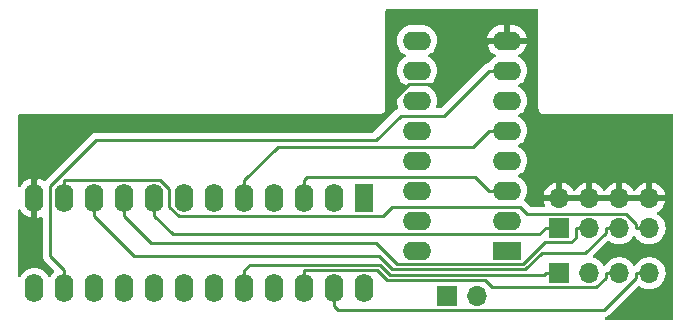
<source format=gtl>
G04 #@! TF.GenerationSoftware,KiCad,Pcbnew,(6.0.5)*
G04 #@! TF.CreationDate,2023-11-13T21:53:34+01:00*
G04 #@! TF.ProjectId,c128-u3-gal,63313238-2d75-4332-9d67-616c2e6b6963,1*
G04 #@! TF.SameCoordinates,Original*
G04 #@! TF.FileFunction,Copper,L1,Top*
G04 #@! TF.FilePolarity,Positive*
%FSLAX46Y46*%
G04 Gerber Fmt 4.6, Leading zero omitted, Abs format (unit mm)*
G04 Created by KiCad (PCBNEW (6.0.5)) date 2023-11-13 21:53:34*
%MOMM*%
%LPD*%
G01*
G04 APERTURE LIST*
G04 #@! TA.AperFunction,ComponentPad*
%ADD10R,1.700000X1.700000*%
G04 #@! TD*
G04 #@! TA.AperFunction,ComponentPad*
%ADD11O,1.700000X1.700000*%
G04 #@! TD*
G04 #@! TA.AperFunction,ComponentPad*
%ADD12R,2.400000X1.600000*%
G04 #@! TD*
G04 #@! TA.AperFunction,ComponentPad*
%ADD13O,2.400000X1.600000*%
G04 #@! TD*
G04 #@! TA.AperFunction,ComponentPad*
%ADD14R,1.600000X2.400000*%
G04 #@! TD*
G04 #@! TA.AperFunction,ComponentPad*
%ADD15O,1.600000X2.400000*%
G04 #@! TD*
G04 #@! TA.AperFunction,Conductor*
%ADD16C,0.250000*%
G04 #@! TD*
G04 APERTURE END LIST*
D10*
X165735000Y-104775000D03*
D11*
X168275000Y-104775000D03*
X170815000Y-104775000D03*
X173355000Y-104775000D03*
D12*
X161290000Y-102870000D03*
D13*
X161290000Y-100330000D03*
X161290000Y-97790000D03*
X161290000Y-95250000D03*
X161290000Y-92710000D03*
X161290000Y-90170000D03*
X161290000Y-87630000D03*
X161290000Y-85090000D03*
X153670000Y-85090000D03*
X153670000Y-87630000D03*
X153670000Y-90170000D03*
X153670000Y-92710000D03*
X153670000Y-95250000D03*
X153670000Y-97790000D03*
X153670000Y-100330000D03*
X153670000Y-102870000D03*
D14*
X149230000Y-98410000D03*
D15*
X146690000Y-98410000D03*
X144150000Y-98410000D03*
X141610000Y-98410000D03*
X139070000Y-98410000D03*
X136530000Y-98410000D03*
X133990000Y-98410000D03*
X131450000Y-98410000D03*
X128910000Y-98410000D03*
X126370000Y-98410000D03*
X123830000Y-98410000D03*
X121290000Y-98410000D03*
X121290000Y-106030000D03*
X123830000Y-106030000D03*
X126370000Y-106030000D03*
X128910000Y-106030000D03*
X131450000Y-106030000D03*
X133990000Y-106030000D03*
X136530000Y-106030000D03*
X139070000Y-106030000D03*
X141610000Y-106030000D03*
X144150000Y-106030000D03*
X146690000Y-106030000D03*
X149230000Y-106030000D03*
D10*
X156210000Y-106680000D03*
D11*
X158750000Y-106680000D03*
D10*
X165735000Y-100965000D03*
D11*
X165735000Y-98425000D03*
X168275000Y-100965000D03*
X168275000Y-98425000D03*
X170815000Y-100965000D03*
X170815000Y-98425000D03*
X173355000Y-100965000D03*
X173355000Y-98425000D03*
D16*
X159764700Y-97790000D02*
X158623000Y-96648300D01*
X144150000Y-98410000D02*
X144150000Y-96884700D01*
X158623000Y-96648300D02*
X144386400Y-96648300D01*
X144386400Y-96648300D02*
X144150000Y-96884700D01*
X161290000Y-97790000D02*
X159764700Y-97790000D01*
X139070000Y-96884700D02*
X141893100Y-94061600D01*
X139070000Y-98410000D02*
X139070000Y-96884700D01*
X158413100Y-94061600D02*
X159764700Y-92710000D01*
X141893100Y-94061600D02*
X158413100Y-94061600D01*
X161290000Y-92710000D02*
X159764700Y-92710000D01*
X152295400Y-91440000D02*
X150204300Y-93531100D01*
X123830000Y-106030000D02*
X123830000Y-104504700D01*
X122639500Y-97415100D02*
X122639500Y-103314200D01*
X150204300Y-93531100D02*
X126523500Y-93531100D01*
X155954700Y-91440000D02*
X152295400Y-91440000D01*
X126523500Y-93531100D02*
X122639500Y-97415100D01*
X159764700Y-87630000D02*
X155954700Y-91440000D01*
X122639500Y-103314200D02*
X123830000Y-104504700D01*
X161290000Y-87630000D02*
X159764700Y-87630000D01*
X161290000Y-85090000D02*
X159764700Y-85090000D01*
X156099300Y-88755400D02*
X153019000Y-88755400D01*
X153019000Y-88755400D02*
X151130000Y-90644400D01*
X151130000Y-91440000D02*
X126734700Y-91440000D01*
X168275000Y-98425000D02*
X170815000Y-98425000D01*
X121290000Y-96884700D02*
X121290000Y-98410000D01*
X126734700Y-91440000D02*
X121290000Y-96884700D01*
X151130000Y-90644400D02*
X151130000Y-91440000D01*
X159764700Y-85090000D02*
X156099300Y-88755400D01*
X131450000Y-98410000D02*
X131450000Y-99935300D01*
X131450000Y-99935300D02*
X133000000Y-101485300D01*
X164039400Y-101485300D02*
X164559700Y-100965000D01*
X133000000Y-101485300D02*
X164039400Y-101485300D01*
X165735000Y-100965000D02*
X164559700Y-100965000D01*
X166732500Y-102140300D02*
X167099700Y-101773100D01*
X150198700Y-102195200D02*
X151998800Y-103995300D01*
X164479800Y-102140300D02*
X166732500Y-102140300D01*
X167099700Y-101773100D02*
X167099700Y-100965000D01*
X128910000Y-99935300D02*
X131169900Y-102195200D01*
X162624800Y-103995300D02*
X164479800Y-102140300D01*
X131169900Y-102195200D02*
X150198700Y-102195200D01*
X128910000Y-98410000D02*
X128910000Y-99935300D01*
X168275000Y-100965000D02*
X167099700Y-100965000D01*
X151998800Y-103995300D02*
X162624800Y-103995300D01*
X167931300Y-103040800D02*
X169639700Y-101332400D01*
X129717100Y-103282400D02*
X150424000Y-103282400D01*
X170815000Y-100965000D02*
X169639700Y-100965000D01*
X164216200Y-103040800D02*
X167931300Y-103040800D01*
X162811400Y-104445600D02*
X164216200Y-103040800D01*
X151587200Y-104445600D02*
X162811400Y-104445600D01*
X126370000Y-98410000D02*
X126370000Y-99935300D01*
X150424000Y-103282400D02*
X151587200Y-104445600D01*
X169639700Y-101332400D02*
X169639700Y-100965000D01*
X126370000Y-99935300D02*
X129717100Y-103282400D01*
X173355000Y-100965000D02*
X172179700Y-100965000D01*
X151545900Y-99172300D02*
X162387300Y-99172300D01*
X123830000Y-96884700D02*
X131925700Y-96884700D01*
X123830000Y-98410000D02*
X123830000Y-96884700D01*
X171371800Y-99789700D02*
X172179700Y-100597600D01*
X163004700Y-99789700D02*
X171371800Y-99789700D01*
X132720000Y-99133300D02*
X133522100Y-99935400D01*
X133522100Y-99935400D02*
X150782800Y-99935400D01*
X162387300Y-99172300D02*
X163004700Y-99789700D01*
X132720000Y-97679000D02*
X132720000Y-99133300D01*
X172179700Y-100597600D02*
X172179700Y-100965000D01*
X131925700Y-96884700D02*
X132720000Y-97679000D01*
X150782800Y-99935400D02*
X151545900Y-99172300D01*
X151400700Y-104896000D02*
X164438700Y-104896000D01*
X139520400Y-104054300D02*
X150559000Y-104054300D01*
X139070000Y-104504700D02*
X139520400Y-104054300D01*
X150559000Y-104054300D02*
X151400700Y-104896000D01*
X139070000Y-106030000D02*
X139070000Y-104504700D01*
X165735000Y-104775000D02*
X164559700Y-104775000D01*
X164438700Y-104896000D02*
X164559700Y-104775000D01*
X170815000Y-104775000D02*
X169639700Y-104775000D01*
X144150000Y-106030000D02*
X144150000Y-104504700D01*
X169639700Y-105140300D02*
X169639700Y-104775000D01*
X150295700Y-104504700D02*
X151161700Y-105370700D01*
X159421300Y-105370700D02*
X160013300Y-105962700D01*
X144150000Y-104504700D02*
X150295700Y-104504700D01*
X160013300Y-105962700D02*
X168817300Y-105962700D01*
X168817300Y-105962700D02*
X169639700Y-105140300D01*
X151161700Y-105370700D02*
X159421300Y-105370700D01*
X173355000Y-104775000D02*
X172179700Y-104775000D01*
X169466700Y-107855400D02*
X172179700Y-105142400D01*
X146990100Y-107855400D02*
X169466700Y-107855400D01*
X146690000Y-107555300D02*
X146990100Y-107855400D01*
X146690000Y-106030000D02*
X146690000Y-107555300D01*
X172179700Y-105142400D02*
X172179700Y-104775000D01*
G04 #@! TA.AperFunction,Conductor*
G36*
X163898621Y-82443502D02*
G01*
X163945114Y-82497158D01*
X163956500Y-82549500D01*
X163956500Y-90796377D01*
X163956498Y-90797147D01*
X163956024Y-90874721D01*
X163958491Y-90883352D01*
X163964150Y-90903153D01*
X163967728Y-90919915D01*
X163971920Y-90949187D01*
X163975634Y-90957355D01*
X163975634Y-90957356D01*
X163978348Y-90963324D01*
X163981324Y-90969869D01*
X163982548Y-90972562D01*
X163988996Y-90990086D01*
X163996051Y-91014771D01*
X164000843Y-91022365D01*
X164000844Y-91022368D01*
X164011830Y-91039780D01*
X164019969Y-91054863D01*
X164032208Y-91081782D01*
X164038069Y-91088584D01*
X164048970Y-91101235D01*
X164060073Y-91116239D01*
X164073776Y-91137958D01*
X164080501Y-91143897D01*
X164080504Y-91143901D01*
X164095938Y-91157532D01*
X164107982Y-91169724D01*
X164121427Y-91185327D01*
X164121430Y-91185329D01*
X164127287Y-91192127D01*
X164134816Y-91197007D01*
X164134817Y-91197008D01*
X164148835Y-91206094D01*
X164163709Y-91217385D01*
X164176217Y-91228431D01*
X164182951Y-91234378D01*
X164209711Y-91246942D01*
X164224691Y-91255263D01*
X164241983Y-91266471D01*
X164241988Y-91266473D01*
X164249515Y-91271352D01*
X164258108Y-91273922D01*
X164258113Y-91273924D01*
X164274120Y-91278711D01*
X164291564Y-91285372D01*
X164306676Y-91292467D01*
X164306678Y-91292468D01*
X164314800Y-91296281D01*
X164323667Y-91297662D01*
X164323668Y-91297662D01*
X164326353Y-91298080D01*
X164344017Y-91300830D01*
X164360732Y-91304613D01*
X164380466Y-91310515D01*
X164380472Y-91310516D01*
X164389066Y-91313086D01*
X164398037Y-91313141D01*
X164398038Y-91313141D01*
X164408097Y-91313202D01*
X164423506Y-91313296D01*
X164424289Y-91313329D01*
X164425386Y-91313500D01*
X164456377Y-91313500D01*
X164457147Y-91313502D01*
X164530785Y-91313952D01*
X164530786Y-91313952D01*
X164534721Y-91313976D01*
X164536065Y-91313592D01*
X164537410Y-91313500D01*
X175260500Y-91313500D01*
X175328621Y-91333502D01*
X175375114Y-91387158D01*
X175386500Y-91439500D01*
X175386500Y-108585500D01*
X175366498Y-108653621D01*
X175312842Y-108700114D01*
X175260500Y-108711500D01*
X169685838Y-108711500D01*
X169617717Y-108691498D01*
X169571224Y-108637842D01*
X169561120Y-108567568D01*
X169590614Y-108502988D01*
X169639455Y-108468348D01*
X169666612Y-108457596D01*
X169677842Y-108453751D01*
X169712683Y-108443629D01*
X169712684Y-108443629D01*
X169720293Y-108441418D01*
X169727112Y-108437385D01*
X169727117Y-108437383D01*
X169737728Y-108431107D01*
X169755476Y-108422412D01*
X169774317Y-108414952D01*
X169794687Y-108400153D01*
X169810087Y-108388964D01*
X169820007Y-108382448D01*
X169851235Y-108363980D01*
X169851238Y-108363978D01*
X169858062Y-108359942D01*
X169872383Y-108345621D01*
X169887417Y-108332780D01*
X169889132Y-108331534D01*
X169903807Y-108320872D01*
X169931998Y-108286795D01*
X169939988Y-108278016D01*
X172357091Y-105860913D01*
X172419403Y-105826887D01*
X172490218Y-105831952D01*
X172526671Y-105853064D01*
X172573126Y-105891632D01*
X172766000Y-106004338D01*
X172770825Y-106006180D01*
X172770826Y-106006181D01*
X172776045Y-106008174D01*
X172974692Y-106084030D01*
X172979760Y-106085061D01*
X172979763Y-106085062D01*
X173087017Y-106106883D01*
X173193597Y-106128567D01*
X173198772Y-106128757D01*
X173198774Y-106128757D01*
X173411673Y-106136564D01*
X173411677Y-106136564D01*
X173416837Y-106136753D01*
X173421957Y-106136097D01*
X173421959Y-106136097D01*
X173633288Y-106109025D01*
X173633289Y-106109025D01*
X173638416Y-106108368D01*
X173643366Y-106106883D01*
X173847429Y-106045661D01*
X173847434Y-106045659D01*
X173852384Y-106044174D01*
X174052994Y-105945896D01*
X174234860Y-105816173D01*
X174282000Y-105769198D01*
X174389435Y-105662137D01*
X174393096Y-105658489D01*
X174523453Y-105477077D01*
X174604026Y-105314050D01*
X174620136Y-105281453D01*
X174620137Y-105281451D01*
X174622430Y-105276811D01*
X174687370Y-105063069D01*
X174716529Y-104841590D01*
X174717086Y-104818797D01*
X174718074Y-104778365D01*
X174718074Y-104778361D01*
X174718156Y-104775000D01*
X174699852Y-104552361D01*
X174645431Y-104335702D01*
X174556354Y-104130840D01*
X174435014Y-103943277D01*
X174284670Y-103778051D01*
X174280619Y-103774852D01*
X174280615Y-103774848D01*
X174113414Y-103642800D01*
X174113410Y-103642798D01*
X174109359Y-103639598D01*
X173913789Y-103531638D01*
X173908920Y-103529914D01*
X173908916Y-103529912D01*
X173708087Y-103458795D01*
X173708083Y-103458794D01*
X173703212Y-103457069D01*
X173698119Y-103456162D01*
X173698116Y-103456161D01*
X173488373Y-103418800D01*
X173488367Y-103418799D01*
X173483284Y-103417894D01*
X173409452Y-103416992D01*
X173265081Y-103415228D01*
X173265079Y-103415228D01*
X173259911Y-103415165D01*
X173039091Y-103448955D01*
X172826756Y-103518357D01*
X172796443Y-103534137D01*
X172664184Y-103602987D01*
X172628607Y-103621507D01*
X172624474Y-103624610D01*
X172624471Y-103624612D01*
X172455729Y-103751307D01*
X172449965Y-103755635D01*
X172441351Y-103764649D01*
X172308732Y-103903427D01*
X172295629Y-103917138D01*
X172188201Y-104074621D01*
X172133293Y-104119621D01*
X172062768Y-104127792D01*
X171999021Y-104096538D01*
X171978324Y-104072054D01*
X171897822Y-103947617D01*
X171897820Y-103947614D01*
X171895014Y-103943277D01*
X171744670Y-103778051D01*
X171740619Y-103774852D01*
X171740615Y-103774848D01*
X171573414Y-103642800D01*
X171573410Y-103642798D01*
X171569359Y-103639598D01*
X171373789Y-103531638D01*
X171368920Y-103529914D01*
X171368916Y-103529912D01*
X171168087Y-103458795D01*
X171168083Y-103458794D01*
X171163212Y-103457069D01*
X171158119Y-103456162D01*
X171158116Y-103456161D01*
X170948373Y-103418800D01*
X170948367Y-103418799D01*
X170943284Y-103417894D01*
X170869452Y-103416992D01*
X170725081Y-103415228D01*
X170725079Y-103415228D01*
X170719911Y-103415165D01*
X170499091Y-103448955D01*
X170286756Y-103518357D01*
X170256443Y-103534137D01*
X170124184Y-103602987D01*
X170088607Y-103621507D01*
X170084474Y-103624610D01*
X170084471Y-103624612D01*
X169915729Y-103751307D01*
X169909965Y-103755635D01*
X169901351Y-103764649D01*
X169768732Y-103903427D01*
X169755629Y-103917138D01*
X169648201Y-104074621D01*
X169593293Y-104119621D01*
X169522768Y-104127792D01*
X169459021Y-104096538D01*
X169438324Y-104072054D01*
X169357822Y-103947617D01*
X169357820Y-103947614D01*
X169355014Y-103943277D01*
X169204670Y-103778051D01*
X169200619Y-103774852D01*
X169200615Y-103774848D01*
X169033414Y-103642800D01*
X169033410Y-103642798D01*
X169029359Y-103639598D01*
X168833789Y-103531638D01*
X168828920Y-103529914D01*
X168828916Y-103529912D01*
X168654691Y-103468216D01*
X168597155Y-103426622D01*
X168571239Y-103360524D01*
X168585173Y-103290908D01*
X168607656Y-103260348D01*
X169817091Y-102050913D01*
X169879403Y-102016887D01*
X169950218Y-102021952D01*
X169986671Y-102043064D01*
X170033126Y-102081632D01*
X170226000Y-102194338D01*
X170230825Y-102196180D01*
X170230826Y-102196181D01*
X170303612Y-102223975D01*
X170434692Y-102274030D01*
X170439760Y-102275061D01*
X170439763Y-102275062D01*
X170547017Y-102296883D01*
X170653597Y-102318567D01*
X170658772Y-102318757D01*
X170658774Y-102318757D01*
X170871673Y-102326564D01*
X170871677Y-102326564D01*
X170876837Y-102326753D01*
X170881957Y-102326097D01*
X170881959Y-102326097D01*
X171093288Y-102299025D01*
X171093289Y-102299025D01*
X171098416Y-102298368D01*
X171103366Y-102296883D01*
X171307429Y-102235661D01*
X171307434Y-102235659D01*
X171312384Y-102234174D01*
X171512994Y-102135896D01*
X171694860Y-102006173D01*
X171853096Y-101848489D01*
X171983453Y-101667077D01*
X171984776Y-101668028D01*
X172031645Y-101624857D01*
X172101580Y-101612625D01*
X172167026Y-101640144D01*
X172194875Y-101671994D01*
X172254987Y-101770088D01*
X172401250Y-101938938D01*
X172573126Y-102081632D01*
X172766000Y-102194338D01*
X172770825Y-102196180D01*
X172770826Y-102196181D01*
X172843612Y-102223975D01*
X172974692Y-102274030D01*
X172979760Y-102275061D01*
X172979763Y-102275062D01*
X173087017Y-102296883D01*
X173193597Y-102318567D01*
X173198772Y-102318757D01*
X173198774Y-102318757D01*
X173411673Y-102326564D01*
X173411677Y-102326564D01*
X173416837Y-102326753D01*
X173421957Y-102326097D01*
X173421959Y-102326097D01*
X173633288Y-102299025D01*
X173633289Y-102299025D01*
X173638416Y-102298368D01*
X173643366Y-102296883D01*
X173847429Y-102235661D01*
X173847434Y-102235659D01*
X173852384Y-102234174D01*
X174052994Y-102135896D01*
X174234860Y-102006173D01*
X174393096Y-101848489D01*
X174523453Y-101667077D01*
X174544320Y-101624857D01*
X174620136Y-101471453D01*
X174620137Y-101471451D01*
X174622430Y-101466811D01*
X174654900Y-101359940D01*
X174685865Y-101258023D01*
X174685865Y-101258021D01*
X174687370Y-101253069D01*
X174716529Y-101031590D01*
X174718156Y-100965000D01*
X174699852Y-100742361D01*
X174645431Y-100525702D01*
X174556354Y-100320840D01*
X174470994Y-100188893D01*
X174437822Y-100137617D01*
X174437820Y-100137614D01*
X174435014Y-100133277D01*
X174284670Y-99968051D01*
X174280619Y-99964852D01*
X174280615Y-99964848D01*
X174113414Y-99832800D01*
X174113410Y-99832798D01*
X174109359Y-99829598D01*
X174067569Y-99806529D01*
X174017598Y-99756097D01*
X174002826Y-99686654D01*
X174027942Y-99620248D01*
X174055294Y-99593641D01*
X174230328Y-99468792D01*
X174238200Y-99462139D01*
X174389052Y-99311812D01*
X174395730Y-99303965D01*
X174520003Y-99131020D01*
X174525313Y-99122183D01*
X174619670Y-98931267D01*
X174623469Y-98921672D01*
X174685377Y-98717910D01*
X174687555Y-98707837D01*
X174688986Y-98696962D01*
X174686775Y-98682778D01*
X174673617Y-98679000D01*
X164418225Y-98679000D01*
X164404694Y-98682973D01*
X164403257Y-98692966D01*
X164433565Y-98827446D01*
X164436644Y-98837275D01*
X164495734Y-98982796D01*
X164502830Y-99053437D01*
X164470608Y-99116701D01*
X164409298Y-99152501D01*
X164378991Y-99156200D01*
X163319295Y-99156200D01*
X163251174Y-99136198D01*
X163230200Y-99119295D01*
X162890952Y-98780047D01*
X162883412Y-98771761D01*
X162879300Y-98765282D01*
X162829648Y-98718656D01*
X162826807Y-98715902D01*
X162807070Y-98696165D01*
X162803873Y-98693685D01*
X162794856Y-98685984D01*
X162793070Y-98684307D01*
X162757101Y-98623096D01*
X162759936Y-98552156D01*
X162776105Y-98520183D01*
X162824363Y-98451263D01*
X162824366Y-98451257D01*
X162827523Y-98446749D01*
X162829846Y-98441767D01*
X162829849Y-98441762D01*
X162921961Y-98244225D01*
X162921961Y-98244224D01*
X162924284Y-98239243D01*
X162943341Y-98168124D01*
X162945737Y-98159183D01*
X164399389Y-98159183D01*
X164400912Y-98167607D01*
X164413292Y-98171000D01*
X165462885Y-98171000D01*
X165478124Y-98166525D01*
X165479329Y-98165135D01*
X165481000Y-98157452D01*
X165481000Y-98152885D01*
X165989000Y-98152885D01*
X165993475Y-98168124D01*
X165994865Y-98169329D01*
X166002548Y-98171000D01*
X168002885Y-98171000D01*
X168018124Y-98166525D01*
X168019329Y-98165135D01*
X168021000Y-98157452D01*
X168021000Y-98152885D01*
X168529000Y-98152885D01*
X168533475Y-98168124D01*
X168534865Y-98169329D01*
X168542548Y-98171000D01*
X170542885Y-98171000D01*
X170558124Y-98166525D01*
X170559329Y-98165135D01*
X170561000Y-98157452D01*
X170561000Y-98152885D01*
X171069000Y-98152885D01*
X171073475Y-98168124D01*
X171074865Y-98169329D01*
X171082548Y-98171000D01*
X173082885Y-98171000D01*
X173098124Y-98166525D01*
X173099329Y-98165135D01*
X173101000Y-98157452D01*
X173101000Y-98152885D01*
X173609000Y-98152885D01*
X173613475Y-98168124D01*
X173614865Y-98169329D01*
X173622548Y-98171000D01*
X174673344Y-98171000D01*
X174686875Y-98167027D01*
X174688180Y-98157947D01*
X174646214Y-97990875D01*
X174642894Y-97981124D01*
X174557972Y-97785814D01*
X174553105Y-97776739D01*
X174437426Y-97597926D01*
X174431136Y-97589757D01*
X174287806Y-97432240D01*
X174280273Y-97425215D01*
X174113139Y-97293222D01*
X174104552Y-97287517D01*
X173918117Y-97184599D01*
X173908705Y-97180369D01*
X173707959Y-97109280D01*
X173697988Y-97106646D01*
X173626837Y-97093972D01*
X173613540Y-97095432D01*
X173609000Y-97109989D01*
X173609000Y-98152885D01*
X173101000Y-98152885D01*
X173101000Y-97108102D01*
X173097082Y-97094758D01*
X173082806Y-97092771D01*
X173044324Y-97098660D01*
X173034288Y-97101051D01*
X172831868Y-97167212D01*
X172822359Y-97171209D01*
X172633463Y-97269542D01*
X172624738Y-97275036D01*
X172454433Y-97402905D01*
X172446726Y-97409748D01*
X172299590Y-97563717D01*
X172293104Y-97571727D01*
X172188193Y-97725521D01*
X172133282Y-97770524D01*
X172062757Y-97778695D01*
X171999010Y-97747441D01*
X171978313Y-97722957D01*
X171897427Y-97597926D01*
X171891136Y-97589757D01*
X171747806Y-97432240D01*
X171740273Y-97425215D01*
X171573139Y-97293222D01*
X171564552Y-97287517D01*
X171378117Y-97184599D01*
X171368705Y-97180369D01*
X171167959Y-97109280D01*
X171157988Y-97106646D01*
X171086837Y-97093972D01*
X171073540Y-97095432D01*
X171069000Y-97109989D01*
X171069000Y-98152885D01*
X170561000Y-98152885D01*
X170561000Y-97108102D01*
X170557082Y-97094758D01*
X170542806Y-97092771D01*
X170504324Y-97098660D01*
X170494288Y-97101051D01*
X170291868Y-97167212D01*
X170282359Y-97171209D01*
X170093463Y-97269542D01*
X170084738Y-97275036D01*
X169914433Y-97402905D01*
X169906726Y-97409748D01*
X169759590Y-97563717D01*
X169753104Y-97571727D01*
X169648193Y-97725521D01*
X169593282Y-97770524D01*
X169522757Y-97778695D01*
X169459010Y-97747441D01*
X169438313Y-97722957D01*
X169357427Y-97597926D01*
X169351136Y-97589757D01*
X169207806Y-97432240D01*
X169200273Y-97425215D01*
X169033139Y-97293222D01*
X169024552Y-97287517D01*
X168838117Y-97184599D01*
X168828705Y-97180369D01*
X168627959Y-97109280D01*
X168617988Y-97106646D01*
X168546837Y-97093972D01*
X168533540Y-97095432D01*
X168529000Y-97109989D01*
X168529000Y-98152885D01*
X168021000Y-98152885D01*
X168021000Y-97108102D01*
X168017082Y-97094758D01*
X168002806Y-97092771D01*
X167964324Y-97098660D01*
X167954288Y-97101051D01*
X167751868Y-97167212D01*
X167742359Y-97171209D01*
X167553463Y-97269542D01*
X167544738Y-97275036D01*
X167374433Y-97402905D01*
X167366726Y-97409748D01*
X167219590Y-97563717D01*
X167213104Y-97571727D01*
X167108193Y-97725521D01*
X167053282Y-97770524D01*
X166982757Y-97778695D01*
X166919010Y-97747441D01*
X166898313Y-97722957D01*
X166817427Y-97597926D01*
X166811136Y-97589757D01*
X166667806Y-97432240D01*
X166660273Y-97425215D01*
X166493139Y-97293222D01*
X166484552Y-97287517D01*
X166298117Y-97184599D01*
X166288705Y-97180369D01*
X166087959Y-97109280D01*
X166077988Y-97106646D01*
X166006837Y-97093972D01*
X165993540Y-97095432D01*
X165989000Y-97109989D01*
X165989000Y-98152885D01*
X165481000Y-98152885D01*
X165481000Y-97108102D01*
X165477082Y-97094758D01*
X165462806Y-97092771D01*
X165424324Y-97098660D01*
X165414288Y-97101051D01*
X165211868Y-97167212D01*
X165202359Y-97171209D01*
X165013463Y-97269542D01*
X165004738Y-97275036D01*
X164834433Y-97402905D01*
X164826726Y-97409748D01*
X164679590Y-97563717D01*
X164673104Y-97571727D01*
X164553098Y-97747649D01*
X164548000Y-97756623D01*
X164458338Y-97949783D01*
X164454775Y-97959470D01*
X164399389Y-98159183D01*
X162945737Y-98159183D01*
X162982119Y-98023402D01*
X162982119Y-98023400D01*
X162983543Y-98018087D01*
X163003498Y-97790000D01*
X162983543Y-97561913D01*
X162961107Y-97478181D01*
X162925707Y-97346067D01*
X162925706Y-97346065D01*
X162924284Y-97340757D01*
X162902118Y-97293222D01*
X162829849Y-97138238D01*
X162829846Y-97138233D01*
X162827523Y-97133251D01*
X162732004Y-96996836D01*
X162699357Y-96950211D01*
X162699355Y-96950208D01*
X162696198Y-96945700D01*
X162534300Y-96783802D01*
X162529792Y-96780645D01*
X162529789Y-96780643D01*
X162438122Y-96716457D01*
X162346749Y-96652477D01*
X162341767Y-96650154D01*
X162341762Y-96650151D01*
X162307543Y-96634195D01*
X162254258Y-96587278D01*
X162234797Y-96519001D01*
X162255339Y-96451041D01*
X162307543Y-96405805D01*
X162341762Y-96389849D01*
X162341767Y-96389846D01*
X162346749Y-96387523D01*
X162484591Y-96291005D01*
X162529789Y-96259357D01*
X162529792Y-96259355D01*
X162534300Y-96256198D01*
X162696198Y-96094300D01*
X162707075Y-96078767D01*
X162782846Y-95970554D01*
X162827523Y-95906749D01*
X162829846Y-95901767D01*
X162829849Y-95901762D01*
X162921961Y-95704225D01*
X162921961Y-95704224D01*
X162924284Y-95699243D01*
X162983543Y-95478087D01*
X163003498Y-95250000D01*
X162983543Y-95021913D01*
X162924284Y-94800757D01*
X162892225Y-94732005D01*
X162829849Y-94598238D01*
X162829846Y-94598233D01*
X162827523Y-94593251D01*
X162696198Y-94405700D01*
X162534300Y-94243802D01*
X162529792Y-94240645D01*
X162529789Y-94240643D01*
X162421188Y-94164600D01*
X162346749Y-94112477D01*
X162341767Y-94110154D01*
X162341762Y-94110151D01*
X162307543Y-94094195D01*
X162254258Y-94047278D01*
X162234797Y-93979001D01*
X162255339Y-93911041D01*
X162307543Y-93865805D01*
X162341762Y-93849849D01*
X162341767Y-93849846D01*
X162346749Y-93847523D01*
X162451611Y-93774098D01*
X162529789Y-93719357D01*
X162529792Y-93719355D01*
X162534300Y-93716198D01*
X162696198Y-93554300D01*
X162827523Y-93366749D01*
X162829846Y-93361767D01*
X162829849Y-93361762D01*
X162921961Y-93164225D01*
X162921961Y-93164224D01*
X162924284Y-93159243D01*
X162940241Y-93099693D01*
X162982119Y-92943402D01*
X162982120Y-92943397D01*
X162983543Y-92938087D01*
X163003498Y-92710000D01*
X162983543Y-92481913D01*
X162931419Y-92287384D01*
X162925707Y-92266067D01*
X162925706Y-92266065D01*
X162924284Y-92260757D01*
X162911164Y-92232620D01*
X162829849Y-92058238D01*
X162829846Y-92058233D01*
X162827523Y-92053251D01*
X162696198Y-91865700D01*
X162534300Y-91703802D01*
X162529792Y-91700645D01*
X162529789Y-91700643D01*
X162451611Y-91645902D01*
X162346749Y-91572477D01*
X162341767Y-91570154D01*
X162341762Y-91570151D01*
X162307543Y-91554195D01*
X162254258Y-91507278D01*
X162234797Y-91439001D01*
X162255339Y-91371041D01*
X162307543Y-91325805D01*
X162341762Y-91309849D01*
X162341767Y-91309846D01*
X162346749Y-91307523D01*
X162459704Y-91228431D01*
X162529789Y-91179357D01*
X162529792Y-91179355D01*
X162534300Y-91176198D01*
X162696198Y-91014300D01*
X162715376Y-90986912D01*
X162767163Y-90912952D01*
X162827523Y-90826749D01*
X162829846Y-90821767D01*
X162829849Y-90821762D01*
X162921961Y-90624225D01*
X162921961Y-90624224D01*
X162924284Y-90619243D01*
X162971676Y-90442377D01*
X162982119Y-90403402D01*
X162982119Y-90403400D01*
X162983543Y-90398087D01*
X163003498Y-90170000D01*
X162983543Y-89941913D01*
X162924284Y-89720757D01*
X162921961Y-89715775D01*
X162829849Y-89518238D01*
X162829846Y-89518233D01*
X162827523Y-89513251D01*
X162696198Y-89325700D01*
X162534300Y-89163802D01*
X162529792Y-89160645D01*
X162529789Y-89160643D01*
X162451611Y-89105902D01*
X162346749Y-89032477D01*
X162341767Y-89030154D01*
X162341762Y-89030151D01*
X162307543Y-89014195D01*
X162254258Y-88967278D01*
X162234797Y-88899001D01*
X162255339Y-88831041D01*
X162307543Y-88785805D01*
X162341762Y-88769849D01*
X162341767Y-88769846D01*
X162346749Y-88767523D01*
X162451611Y-88694098D01*
X162529789Y-88639357D01*
X162529792Y-88639355D01*
X162534300Y-88636198D01*
X162696198Y-88474300D01*
X162723997Y-88434600D01*
X162824366Y-88291257D01*
X162827523Y-88286749D01*
X162829846Y-88281767D01*
X162829849Y-88281762D01*
X162921961Y-88084225D01*
X162921961Y-88084224D01*
X162924284Y-88079243D01*
X162983543Y-87858087D01*
X163003498Y-87630000D01*
X162983543Y-87401913D01*
X162931419Y-87207384D01*
X162925707Y-87186067D01*
X162925706Y-87186065D01*
X162924284Y-87180757D01*
X162911164Y-87152620D01*
X162829849Y-86978238D01*
X162829846Y-86978233D01*
X162827523Y-86973251D01*
X162696198Y-86785700D01*
X162534300Y-86623802D01*
X162529792Y-86620645D01*
X162529789Y-86620643D01*
X162451611Y-86565902D01*
X162346749Y-86492477D01*
X162341767Y-86490154D01*
X162341762Y-86490151D01*
X162306951Y-86473919D01*
X162253666Y-86427002D01*
X162234205Y-86358725D01*
X162254747Y-86290765D01*
X162306951Y-86245529D01*
X162341511Y-86229414D01*
X162351007Y-86223931D01*
X162529467Y-86098972D01*
X162537875Y-86091916D01*
X162691916Y-85937875D01*
X162698972Y-85929467D01*
X162823931Y-85751007D01*
X162829414Y-85741511D01*
X162921490Y-85544053D01*
X162925236Y-85533761D01*
X162971394Y-85361497D01*
X162971058Y-85347401D01*
X162963116Y-85344000D01*
X159622033Y-85344000D01*
X159608502Y-85347973D01*
X159607273Y-85356522D01*
X159654764Y-85533761D01*
X159658510Y-85544053D01*
X159750586Y-85741511D01*
X159756069Y-85751007D01*
X159881028Y-85929467D01*
X159888084Y-85937875D01*
X160042125Y-86091916D01*
X160050533Y-86098972D01*
X160228993Y-86223931D01*
X160238489Y-86229414D01*
X160273049Y-86245529D01*
X160326334Y-86292446D01*
X160345795Y-86360723D01*
X160325253Y-86428683D01*
X160273049Y-86473919D01*
X160238238Y-86490151D01*
X160238233Y-86490154D01*
X160233251Y-86492477D01*
X160128389Y-86565902D01*
X160050211Y-86620643D01*
X160050208Y-86620645D01*
X160045700Y-86623802D01*
X159883802Y-86785700D01*
X159880645Y-86790208D01*
X159880643Y-86790211D01*
X159771971Y-86945410D01*
X159716514Y-86989738D01*
X159680498Y-86997419D01*
X159680564Y-86997837D01*
X159672737Y-86999077D01*
X159664811Y-86999326D01*
X159657195Y-87001539D01*
X159657193Y-87001539D01*
X159645352Y-87004979D01*
X159625993Y-87008988D01*
X159624683Y-87009154D01*
X159605903Y-87011526D01*
X159598537Y-87014442D01*
X159598531Y-87014444D01*
X159564798Y-87027800D01*
X159553568Y-87031645D01*
X159518717Y-87041770D01*
X159511107Y-87043981D01*
X159504284Y-87048016D01*
X159493666Y-87054295D01*
X159475913Y-87062992D01*
X159468268Y-87066019D01*
X159457083Y-87070448D01*
X159450668Y-87075109D01*
X159421312Y-87096437D01*
X159411395Y-87102951D01*
X159373338Y-87125458D01*
X159359017Y-87139779D01*
X159343984Y-87152619D01*
X159327593Y-87164528D01*
X159299402Y-87198605D01*
X159291412Y-87207384D01*
X155729200Y-90769595D01*
X155666888Y-90803621D01*
X155640105Y-90806500D01*
X155414745Y-90806500D01*
X155346624Y-90786498D01*
X155300131Y-90732842D01*
X155290027Y-90662568D01*
X155300552Y-90627247D01*
X155301959Y-90624230D01*
X155301961Y-90624225D01*
X155304284Y-90619243D01*
X155351676Y-90442377D01*
X155362119Y-90403402D01*
X155362119Y-90403400D01*
X155363543Y-90398087D01*
X155383498Y-90170000D01*
X155363543Y-89941913D01*
X155304284Y-89720757D01*
X155301961Y-89715775D01*
X155209849Y-89518238D01*
X155209846Y-89518233D01*
X155207523Y-89513251D01*
X155076198Y-89325700D01*
X154914300Y-89163802D01*
X154909792Y-89160645D01*
X154909789Y-89160643D01*
X154831611Y-89105902D01*
X154726749Y-89032477D01*
X154721767Y-89030154D01*
X154721762Y-89030151D01*
X154687543Y-89014195D01*
X154634258Y-88967278D01*
X154614797Y-88899001D01*
X154635339Y-88831041D01*
X154687543Y-88785805D01*
X154721762Y-88769849D01*
X154721767Y-88769846D01*
X154726749Y-88767523D01*
X154831611Y-88694098D01*
X154909789Y-88639357D01*
X154909792Y-88639355D01*
X154914300Y-88636198D01*
X155076198Y-88474300D01*
X155103997Y-88434600D01*
X155204366Y-88291257D01*
X155207523Y-88286749D01*
X155209846Y-88281767D01*
X155209849Y-88281762D01*
X155301961Y-88084225D01*
X155301961Y-88084224D01*
X155304284Y-88079243D01*
X155363543Y-87858087D01*
X155383498Y-87630000D01*
X155363543Y-87401913D01*
X155311419Y-87207384D01*
X155305707Y-87186067D01*
X155305706Y-87186065D01*
X155304284Y-87180757D01*
X155291164Y-87152620D01*
X155209849Y-86978238D01*
X155209846Y-86978233D01*
X155207523Y-86973251D01*
X155076198Y-86785700D01*
X154914300Y-86623802D01*
X154909792Y-86620645D01*
X154909789Y-86620643D01*
X154831611Y-86565902D01*
X154726749Y-86492477D01*
X154721767Y-86490154D01*
X154721762Y-86490151D01*
X154687543Y-86474195D01*
X154634258Y-86427278D01*
X154614797Y-86359001D01*
X154635339Y-86291041D01*
X154687543Y-86245805D01*
X154721762Y-86229849D01*
X154721767Y-86229846D01*
X154726749Y-86227523D01*
X154831611Y-86154098D01*
X154909789Y-86099357D01*
X154909792Y-86099355D01*
X154914300Y-86096198D01*
X155076198Y-85934300D01*
X155207523Y-85746749D01*
X155209846Y-85741767D01*
X155209849Y-85741762D01*
X155301961Y-85544225D01*
X155301961Y-85544224D01*
X155304284Y-85539243D01*
X155363543Y-85318087D01*
X155383498Y-85090000D01*
X155363543Y-84861913D01*
X155353244Y-84823478D01*
X155351911Y-84818503D01*
X159608606Y-84818503D01*
X159608942Y-84832599D01*
X159616884Y-84836000D01*
X161017885Y-84836000D01*
X161033124Y-84831525D01*
X161034329Y-84830135D01*
X161036000Y-84822452D01*
X161036000Y-84817885D01*
X161544000Y-84817885D01*
X161548475Y-84833124D01*
X161549865Y-84834329D01*
X161557548Y-84836000D01*
X162957967Y-84836000D01*
X162971498Y-84832027D01*
X162972727Y-84823478D01*
X162925236Y-84646239D01*
X162921490Y-84635947D01*
X162829414Y-84438489D01*
X162823931Y-84428993D01*
X162698972Y-84250533D01*
X162691916Y-84242125D01*
X162537875Y-84088084D01*
X162529467Y-84081028D01*
X162351007Y-83956069D01*
X162341511Y-83950586D01*
X162144053Y-83858510D01*
X162133761Y-83854764D01*
X161923312Y-83798375D01*
X161912519Y-83796472D01*
X161749830Y-83782238D01*
X161744365Y-83782000D01*
X161562115Y-83782000D01*
X161546876Y-83786475D01*
X161545671Y-83787865D01*
X161544000Y-83795548D01*
X161544000Y-84817885D01*
X161036000Y-84817885D01*
X161036000Y-83800115D01*
X161031525Y-83784876D01*
X161030135Y-83783671D01*
X161022452Y-83782000D01*
X160835635Y-83782000D01*
X160830170Y-83782238D01*
X160667481Y-83796472D01*
X160656688Y-83798375D01*
X160446239Y-83854764D01*
X160435947Y-83858510D01*
X160238489Y-83950586D01*
X160228993Y-83956069D01*
X160050533Y-84081028D01*
X160042125Y-84088084D01*
X159888084Y-84242125D01*
X159881028Y-84250533D01*
X159756069Y-84428993D01*
X159750586Y-84438489D01*
X159658510Y-84635947D01*
X159654764Y-84646239D01*
X159608606Y-84818503D01*
X155351911Y-84818503D01*
X155305707Y-84646067D01*
X155305706Y-84646065D01*
X155304284Y-84640757D01*
X155209966Y-84438489D01*
X155209849Y-84438238D01*
X155209846Y-84438233D01*
X155207523Y-84433251D01*
X155076198Y-84245700D01*
X154914300Y-84083802D01*
X154909792Y-84080645D01*
X154909789Y-84080643D01*
X154831611Y-84025902D01*
X154726749Y-83952477D01*
X154721767Y-83950154D01*
X154721762Y-83950151D01*
X154524225Y-83858039D01*
X154524224Y-83858039D01*
X154519243Y-83855716D01*
X154513935Y-83854294D01*
X154513933Y-83854293D01*
X154303402Y-83797881D01*
X154303400Y-83797881D01*
X154298087Y-83796457D01*
X154198520Y-83787746D01*
X154129851Y-83781738D01*
X154129844Y-83781738D01*
X154127127Y-83781500D01*
X153212873Y-83781500D01*
X153210156Y-83781738D01*
X153210149Y-83781738D01*
X153141480Y-83787746D01*
X153041913Y-83796457D01*
X153036600Y-83797881D01*
X153036598Y-83797881D01*
X152826067Y-83854293D01*
X152826065Y-83854294D01*
X152820757Y-83855716D01*
X152815776Y-83858039D01*
X152815775Y-83858039D01*
X152618238Y-83950151D01*
X152618233Y-83950154D01*
X152613251Y-83952477D01*
X152508389Y-84025902D01*
X152430211Y-84080643D01*
X152430208Y-84080645D01*
X152425700Y-84083802D01*
X152263802Y-84245700D01*
X152132477Y-84433251D01*
X152130154Y-84438233D01*
X152130151Y-84438238D01*
X152130034Y-84438489D01*
X152035716Y-84640757D01*
X152034294Y-84646065D01*
X152034293Y-84646067D01*
X151986756Y-84823478D01*
X151976457Y-84861913D01*
X151956502Y-85090000D01*
X151976457Y-85318087D01*
X152035716Y-85539243D01*
X152038039Y-85544224D01*
X152038039Y-85544225D01*
X152130151Y-85741762D01*
X152130154Y-85741767D01*
X152132477Y-85746749D01*
X152263802Y-85934300D01*
X152425700Y-86096198D01*
X152430208Y-86099355D01*
X152430211Y-86099357D01*
X152508389Y-86154098D01*
X152613251Y-86227523D01*
X152618233Y-86229846D01*
X152618238Y-86229849D01*
X152652457Y-86245805D01*
X152705742Y-86292722D01*
X152725203Y-86360999D01*
X152704661Y-86428959D01*
X152652457Y-86474195D01*
X152618238Y-86490151D01*
X152618233Y-86490154D01*
X152613251Y-86492477D01*
X152508389Y-86565902D01*
X152430211Y-86620643D01*
X152430208Y-86620645D01*
X152425700Y-86623802D01*
X152263802Y-86785700D01*
X152132477Y-86973251D01*
X152130154Y-86978233D01*
X152130151Y-86978238D01*
X152048836Y-87152620D01*
X152035716Y-87180757D01*
X152034294Y-87186065D01*
X152034293Y-87186067D01*
X152028581Y-87207384D01*
X151976457Y-87401913D01*
X151956502Y-87630000D01*
X151976457Y-87858087D01*
X152035716Y-88079243D01*
X152038039Y-88084224D01*
X152038039Y-88084225D01*
X152130151Y-88281762D01*
X152130154Y-88281767D01*
X152132477Y-88286749D01*
X152135634Y-88291257D01*
X152236004Y-88434600D01*
X152263802Y-88474300D01*
X152425700Y-88636198D01*
X152430208Y-88639355D01*
X152430211Y-88639357D01*
X152508389Y-88694098D01*
X152613251Y-88767523D01*
X152618233Y-88769846D01*
X152618238Y-88769849D01*
X152652457Y-88785805D01*
X152705742Y-88832722D01*
X152725203Y-88900999D01*
X152704661Y-88968959D01*
X152652457Y-89014195D01*
X152618238Y-89030151D01*
X152618233Y-89030154D01*
X152613251Y-89032477D01*
X152508389Y-89105902D01*
X152430211Y-89160643D01*
X152430208Y-89160645D01*
X152425700Y-89163802D01*
X152263802Y-89325700D01*
X152132477Y-89513251D01*
X152130154Y-89518233D01*
X152130151Y-89518238D01*
X152038039Y-89715775D01*
X152035716Y-89720757D01*
X151976457Y-89941913D01*
X151956502Y-90170000D01*
X151976457Y-90398087D01*
X151977881Y-90403400D01*
X151977881Y-90403402D01*
X151988325Y-90442377D01*
X152035716Y-90619243D01*
X152038039Y-90624224D01*
X152038039Y-90624225D01*
X152074548Y-90702519D01*
X152085209Y-90772711D01*
X152056229Y-90837524D01*
X152024393Y-90864281D01*
X152024271Y-90864353D01*
X152006625Y-90872988D01*
X151987783Y-90880448D01*
X151981367Y-90885110D01*
X151981366Y-90885110D01*
X151952013Y-90906436D01*
X151942093Y-90912952D01*
X151910865Y-90931420D01*
X151910862Y-90931422D01*
X151904038Y-90935458D01*
X151889717Y-90949779D01*
X151874684Y-90962619D01*
X151858293Y-90974528D01*
X151840629Y-90995880D01*
X151830102Y-91008605D01*
X151822112Y-91017384D01*
X149978800Y-92860695D01*
X149916488Y-92894721D01*
X149889705Y-92897600D01*
X126602263Y-92897600D01*
X126591079Y-92897073D01*
X126583591Y-92895399D01*
X126575668Y-92895648D01*
X126515533Y-92897538D01*
X126511575Y-92897600D01*
X126483644Y-92897600D01*
X126479729Y-92898095D01*
X126479725Y-92898095D01*
X126479667Y-92898103D01*
X126479638Y-92898106D01*
X126467796Y-92899039D01*
X126423610Y-92900427D01*
X126406244Y-92905472D01*
X126404158Y-92906078D01*
X126384806Y-92910086D01*
X126372568Y-92911632D01*
X126372566Y-92911633D01*
X126364703Y-92912626D01*
X126323586Y-92928906D01*
X126312385Y-92932741D01*
X126269906Y-92945082D01*
X126263087Y-92949115D01*
X126263082Y-92949117D01*
X126252471Y-92955393D01*
X126234721Y-92964090D01*
X126215883Y-92971548D01*
X126209467Y-92976209D01*
X126209466Y-92976210D01*
X126180125Y-92997528D01*
X126170201Y-93004047D01*
X126138960Y-93022522D01*
X126138955Y-93022526D01*
X126132137Y-93026558D01*
X126117813Y-93040882D01*
X126102781Y-93053721D01*
X126086393Y-93065628D01*
X126058212Y-93099693D01*
X126050222Y-93108473D01*
X122247247Y-96911448D01*
X122238961Y-96918988D01*
X122232482Y-96923100D01*
X122227059Y-96928875D01*
X122227054Y-96928879D01*
X122222184Y-96934066D01*
X122160973Y-96970034D01*
X122090033Y-96967198D01*
X122058062Y-96951029D01*
X121951012Y-96876072D01*
X121941511Y-96870586D01*
X121744053Y-96778510D01*
X121733761Y-96774764D01*
X121561497Y-96728606D01*
X121547401Y-96728942D01*
X121544000Y-96736884D01*
X121544000Y-100077967D01*
X121547973Y-100091498D01*
X121556522Y-100092727D01*
X121733761Y-100045236D01*
X121744058Y-100041488D01*
X121826751Y-100002928D01*
X121896942Y-99992267D01*
X121961755Y-100021247D01*
X122000611Y-100080667D01*
X122006000Y-100117123D01*
X122006000Y-103235433D01*
X122005473Y-103246616D01*
X122003798Y-103254109D01*
X122004047Y-103262035D01*
X122004047Y-103262036D01*
X122005938Y-103322186D01*
X122006000Y-103326145D01*
X122006000Y-103354056D01*
X122006497Y-103357990D01*
X122006497Y-103357991D01*
X122006505Y-103358056D01*
X122007438Y-103369893D01*
X122008827Y-103414089D01*
X122014478Y-103433539D01*
X122018487Y-103452900D01*
X122021026Y-103472997D01*
X122023945Y-103480368D01*
X122023945Y-103480370D01*
X122037304Y-103514112D01*
X122041149Y-103525342D01*
X122053482Y-103567793D01*
X122057515Y-103574612D01*
X122057517Y-103574617D01*
X122063793Y-103585228D01*
X122072488Y-103602976D01*
X122079948Y-103621817D01*
X122084610Y-103628233D01*
X122084610Y-103628234D01*
X122105936Y-103657587D01*
X122112452Y-103667507D01*
X122128619Y-103694843D01*
X122134958Y-103705562D01*
X122149279Y-103719883D01*
X122162119Y-103734916D01*
X122174028Y-103751307D01*
X122190156Y-103764649D01*
X122208105Y-103779498D01*
X122216884Y-103787488D01*
X122930354Y-104500958D01*
X122964380Y-104563270D01*
X122959315Y-104634085D01*
X122930354Y-104679148D01*
X122823802Y-104785700D01*
X122692477Y-104973251D01*
X122690154Y-104978233D01*
X122690151Y-104978238D01*
X122674195Y-105012457D01*
X122627278Y-105065742D01*
X122559001Y-105085203D01*
X122491041Y-105064661D01*
X122445805Y-105012457D01*
X122429849Y-104978238D01*
X122429846Y-104978233D01*
X122427523Y-104973251D01*
X122296198Y-104785700D01*
X122134300Y-104623802D01*
X122129792Y-104620645D01*
X122129789Y-104620643D01*
X121974589Y-104511971D01*
X121946749Y-104492477D01*
X121941767Y-104490154D01*
X121941762Y-104490151D01*
X121744225Y-104398039D01*
X121744224Y-104398039D01*
X121739243Y-104395716D01*
X121733935Y-104394294D01*
X121733933Y-104394293D01*
X121523402Y-104337881D01*
X121523400Y-104337881D01*
X121518087Y-104336457D01*
X121290000Y-104316502D01*
X121061913Y-104336457D01*
X121056600Y-104337881D01*
X121056598Y-104337881D01*
X120846067Y-104394293D01*
X120846065Y-104394294D01*
X120840757Y-104395716D01*
X120835776Y-104398039D01*
X120835775Y-104398039D01*
X120638238Y-104490151D01*
X120638233Y-104490154D01*
X120633251Y-104492477D01*
X120605411Y-104511971D01*
X120450211Y-104620643D01*
X120450208Y-104620645D01*
X120445700Y-104623802D01*
X120283802Y-104785700D01*
X120152477Y-104973251D01*
X120150154Y-104978233D01*
X120150151Y-104978238D01*
X120128695Y-105024252D01*
X120081778Y-105077537D01*
X120013501Y-105096998D01*
X119945541Y-105076456D01*
X119899475Y-105022434D01*
X119888500Y-104971002D01*
X119888500Y-99467815D01*
X119908502Y-99399694D01*
X119962158Y-99353201D01*
X120032432Y-99343097D01*
X120097012Y-99372591D01*
X120128695Y-99414565D01*
X120150586Y-99461511D01*
X120156069Y-99471007D01*
X120281028Y-99649467D01*
X120288084Y-99657875D01*
X120442125Y-99811916D01*
X120450533Y-99818972D01*
X120628993Y-99943931D01*
X120638489Y-99949414D01*
X120835947Y-100041490D01*
X120846239Y-100045236D01*
X121018503Y-100091394D01*
X121032599Y-100091058D01*
X121036000Y-100083116D01*
X121036000Y-96742033D01*
X121032027Y-96728502D01*
X121023478Y-96727273D01*
X120846239Y-96774764D01*
X120835947Y-96778510D01*
X120638489Y-96870586D01*
X120628993Y-96876069D01*
X120450533Y-97001028D01*
X120442125Y-97008084D01*
X120288084Y-97162125D01*
X120281028Y-97170533D01*
X120156069Y-97348993D01*
X120150586Y-97358489D01*
X120128695Y-97405435D01*
X120081777Y-97458720D01*
X120013500Y-97478181D01*
X119945540Y-97457639D01*
X119899475Y-97403616D01*
X119888500Y-97352185D01*
X119888500Y-91439500D01*
X119908502Y-91371379D01*
X119962158Y-91324886D01*
X120014500Y-91313500D01*
X150486377Y-91313500D01*
X150487148Y-91313502D01*
X150564721Y-91313976D01*
X150593152Y-91305850D01*
X150609915Y-91302272D01*
X150610753Y-91302152D01*
X150639187Y-91298080D01*
X150662564Y-91287451D01*
X150680087Y-91281004D01*
X150704771Y-91273949D01*
X150712365Y-91269157D01*
X150712368Y-91269156D01*
X150729780Y-91258170D01*
X150744865Y-91250030D01*
X150771782Y-91237792D01*
X150791235Y-91221030D01*
X150806239Y-91209927D01*
X150827958Y-91196224D01*
X150833897Y-91189499D01*
X150833901Y-91189496D01*
X150847532Y-91174062D01*
X150859724Y-91162018D01*
X150875327Y-91148573D01*
X150875329Y-91148570D01*
X150882127Y-91142713D01*
X150896094Y-91121165D01*
X150907385Y-91106291D01*
X150918431Y-91093783D01*
X150918432Y-91093782D01*
X150924378Y-91087049D01*
X150936943Y-91060287D01*
X150945263Y-91045309D01*
X150956471Y-91028017D01*
X150956473Y-91028012D01*
X150961352Y-91020485D01*
X150963922Y-91011892D01*
X150963924Y-91011887D01*
X150968711Y-90995880D01*
X150975372Y-90978436D01*
X150982467Y-90963324D01*
X150982468Y-90963322D01*
X150986281Y-90955200D01*
X150990830Y-90925983D01*
X150994613Y-90909268D01*
X151000515Y-90889534D01*
X151000516Y-90889528D01*
X151003086Y-90880934D01*
X151003296Y-90846494D01*
X151003329Y-90845711D01*
X151003500Y-90844614D01*
X151003500Y-90813623D01*
X151003502Y-90812853D01*
X151003952Y-90739215D01*
X151003952Y-90739214D01*
X151003976Y-90735279D01*
X151003592Y-90733935D01*
X151003500Y-90732590D01*
X151003500Y-82549500D01*
X151023502Y-82481379D01*
X151077158Y-82434886D01*
X151129500Y-82423500D01*
X163830500Y-82423500D01*
X163898621Y-82443502D01*
G37*
G04 #@! TD.AperFunction*
M02*

</source>
